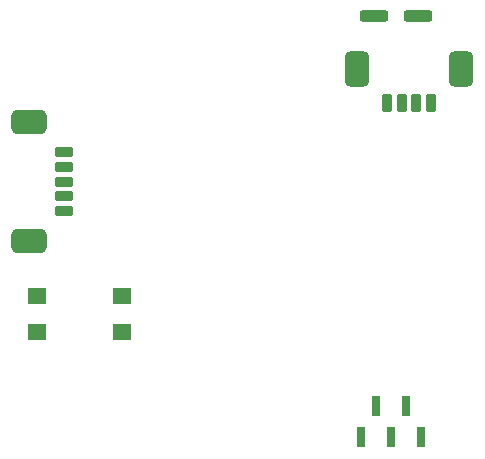
<source format=gbr>
%TF.GenerationSoftware,KiCad,Pcbnew,8.0.5*%
%TF.CreationDate,2024-09-28T22:32:44+02:00*%
%TF.ProjectId,BatteryMonitor,42617474-6572-4794-9d6f-6e69746f722e,rev?*%
%TF.SameCoordinates,Original*%
%TF.FileFunction,Paste,Bot*%
%TF.FilePolarity,Positive*%
%FSLAX46Y46*%
G04 Gerber Fmt 4.6, Leading zero omitted, Abs format (unit mm)*
G04 Created by KiCad (PCBNEW 8.0.5) date 2024-09-28 22:32:44*
%MOMM*%
%LPD*%
G01*
G04 APERTURE LIST*
G04 Aperture macros list*
%AMRoundRect*
0 Rectangle with rounded corners*
0 $1 Rounding radius*
0 $2 $3 $4 $5 $6 $7 $8 $9 X,Y pos of 4 corners*
0 Add a 4 corners polygon primitive as box body*
4,1,4,$2,$3,$4,$5,$6,$7,$8,$9,$2,$3,0*
0 Add four circle primitives for the rounded corners*
1,1,$1+$1,$2,$3*
1,1,$1+$1,$4,$5*
1,1,$1+$1,$6,$7*
1,1,$1+$1,$8,$9*
0 Add four rect primitives between the rounded corners*
20,1,$1+$1,$2,$3,$4,$5,0*
20,1,$1+$1,$4,$5,$6,$7,0*
20,1,$1+$1,$6,$7,$8,$9,0*
20,1,$1+$1,$8,$9,$2,$3,0*%
G04 Aperture macros list end*
%ADD10RoundRect,0.200000X-0.200000X-0.600000X0.200000X-0.600000X0.200000X0.600000X-0.200000X0.600000X0*%
%ADD11RoundRect,0.525000X-0.525000X-0.975000X0.525000X-0.975000X0.525000X0.975000X-0.525000X0.975000X0*%
%ADD12RoundRect,0.200000X0.600000X-0.200000X0.600000X0.200000X-0.600000X0.200000X-0.600000X-0.200000X0*%
%ADD13RoundRect,0.525000X0.975000X-0.525000X0.975000X0.525000X-0.975000X0.525000X-0.975000X-0.525000X0*%
%ADD14RoundRect,0.237500X0.987500X0.237500X-0.987500X0.237500X-0.987500X-0.237500X0.987500X-0.237500X0*%
%ADD15R,1.600000X1.400000*%
%ADD16R,0.650000X1.800000*%
G04 APERTURE END LIST*
D10*
%TO.C,J4*%
X165875000Y-89462500D03*
X164625000Y-89462500D03*
X163375000Y-89462500D03*
X162125000Y-89462500D03*
D11*
X159575000Y-86562500D03*
X168425000Y-86562500D03*
%TD*%
D12*
%TO.C,J3*%
X134750000Y-93600000D03*
X134750000Y-94850000D03*
X134750000Y-96100000D03*
X134750000Y-97350000D03*
X134750000Y-98600000D03*
D13*
X131850000Y-101150000D03*
X131850000Y-91050000D03*
%TD*%
D14*
%TO.C,TP2*%
X161000000Y-82100000D03*
%TD*%
%TO.C,TP1*%
X164800000Y-82100000D03*
%TD*%
D15*
%TO.C,SW1*%
X132500000Y-108800000D03*
X139700000Y-108800000D03*
X132500000Y-105800000D03*
X139700000Y-105800000D03*
%TD*%
D16*
%TO.C,J1*%
X165040000Y-117750000D03*
X163770000Y-115050000D03*
X162500000Y-117750000D03*
X161230000Y-115050000D03*
X159960000Y-117750000D03*
%TD*%
M02*

</source>
